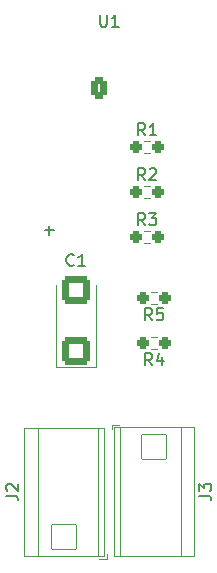
<source format=gto>
G04 %TF.GenerationSoftware,KiCad,Pcbnew,(6.0.7)@% jlc*
G04 %TF.CreationDate,2022-08-02T21:03:16-07:00@% jlc*
G04 %TF.ProjectId,Bike Flamingo for Itsy Bitsy 5V 16MHz_ USB Power Rev 1,42696b65-2046-46c6-916d-696e676f2066,rev?@% jlc*
G04 %TF.SameCoordinates,Original@% jlc*
G04 %TF.FileFunction,Legend,Top@% jlc*
G04 %TF.FilePolarity,Positive@% jlc*
%FSLAX46Y46*%
G04 Gerber Fmt 4.6, Leading zero omitted, Abs format (unit mm)*
G04 Created by KiCad (PCBNEW (6.0.7)) date 2022-08-02 21:03:16*
%MOMM*%
%LPD*%
G01*
G04 APERTURE LIST*
G04 Aperture macros list*
%AMRoundRect*
0 Rectangle with rounded corners*
0 $1 Rounding radius*
0 $2 $3 $4 $5 $6 $7 $8 $9 X,Y pos of 4 corners*
0 Add a 4 corners polygon primitive as box body*
4,1,4,$2,$3,$4,$5,$6,$7,$8,$9,$2,$3,0*
0 Add four circle primitives for the rounded corners*
1,1,$1+$1,$2,$3*
1,1,$1+$1,$4,$5*
1,1,$1+$1,$6,$7*
1,1,$1+$1,$8,$9*
0 Add four rect primitives between the rounded corners*
20,1,$1+$1,$2,$3,$4,$5,0*
20,1,$1+$1,$4,$5,$6,$7,0*
20,1,$1+$1,$6,$7,$8,$9,0*
20,1,$1+$1,$8,$9,$2,$3,0*%
G04 Aperture macros list end*
%ADD10C,0.150000*%
%ADD11C,0.120000*%
%ADD12C,1.625600*%
%ADD13RoundRect,0.050800X-1.050000X1.050000X-1.050000X-1.050000X1.050000X-1.050000X1.050000X1.050000X0*%
%ADD14C,2.201600*%
%ADD15RoundRect,0.300800X0.925000X-0.875000X0.925000X0.875000X-0.925000X0.875000X-0.925000X-0.875000X0*%
%ADD16RoundRect,0.288300X-0.250000X-0.237500X0.250000X-0.237500X0.250000X0.237500X-0.250000X0.237500X0*%
%ADD17RoundRect,0.050800X1.050000X-1.050000X1.050000X1.050000X-1.050000X1.050000X-1.050000X-1.050000X0*%
%ADD18RoundRect,0.288300X0.250000X0.237500X-0.250000X0.237500X-0.250000X-0.237500X0.250000X-0.237500X0*%
%ADD19RoundRect,0.300800X-0.350000X-0.625000X0.350000X-0.625000X0.350000X0.625000X-0.350000X0.625000X0*%
%ADD20O,1.301600X1.851600*%
G04 APERTURE END LIST*
D10*
X120269047Y-103576428D02*
X121030952Y-103576428D01*
X120650000Y-103957380D02*
X120650000Y-103195476D01*
G04 %TO.C,U1@% jlc*
X124968095Y-85352380D02*
X124968095Y-86161904D01*
X125015714Y-86257142D01*
X125063333Y-86304761D01*
X125158571Y-86352380D01*
X125349047Y-86352380D01*
X125444285Y-86304761D01*
X125491904Y-86257142D01*
X125539523Y-86161904D01*
X125539523Y-85352380D01*
X126539523Y-86352380D02*
X125968095Y-86352380D01*
X126253809Y-86352380D02*
X126253809Y-85352380D01*
X126158571Y-85495238D01*
X126063333Y-85590476D01*
X125968095Y-85638095D01*
G04 %TO.C,J3@% jlc*
X133362380Y-126058333D02*
X134076666Y-126058333D01*
X134219523Y-126105952D01*
X134314761Y-126201190D01*
X134362380Y-126344047D01*
X134362380Y-126439285D01*
X133362380Y-125677380D02*
X133362380Y-125058333D01*
X133743333Y-125391666D01*
X133743333Y-125248809D01*
X133790952Y-125153571D01*
X133838571Y-125105952D01*
X133933809Y-125058333D01*
X134171904Y-125058333D01*
X134267142Y-125105952D01*
X134314761Y-125153571D01*
X134362380Y-125248809D01*
X134362380Y-125534523D01*
X134314761Y-125629761D01*
X134267142Y-125677380D01*
G04 %TO.C,C1@% jlc*
X122736333Y-106509142D02*
X122688714Y-106556761D01*
X122545857Y-106604380D01*
X122450619Y-106604380D01*
X122307761Y-106556761D01*
X122212523Y-106461523D01*
X122164904Y-106366285D01*
X122117285Y-106175809D01*
X122117285Y-106032952D01*
X122164904Y-105842476D01*
X122212523Y-105747238D01*
X122307761Y-105652000D01*
X122450619Y-105604380D01*
X122545857Y-105604380D01*
X122688714Y-105652000D01*
X122736333Y-105699619D01*
X123688714Y-106604380D02*
X123117285Y-106604380D01*
X123403000Y-106604380D02*
X123403000Y-105604380D01*
X123307761Y-105747238D01*
X123212523Y-105842476D01*
X123117285Y-105890095D01*
G04 %TO.C,R2@% jlc*
X128771333Y-99352380D02*
X128438000Y-98876190D01*
X128199904Y-99352380D02*
X128199904Y-98352380D01*
X128580857Y-98352380D01*
X128676095Y-98400000D01*
X128723714Y-98447619D01*
X128771333Y-98542857D01*
X128771333Y-98685714D01*
X128723714Y-98780952D01*
X128676095Y-98828571D01*
X128580857Y-98876190D01*
X128199904Y-98876190D01*
X129152285Y-98447619D02*
X129199904Y-98400000D01*
X129295142Y-98352380D01*
X129533238Y-98352380D01*
X129628476Y-98400000D01*
X129676095Y-98447619D01*
X129723714Y-98542857D01*
X129723714Y-98638095D01*
X129676095Y-98780952D01*
X129104666Y-99352380D01*
X129723714Y-99352380D01*
G04 %TO.C,J2@% jlc*
X117002380Y-126063333D02*
X117716666Y-126063333D01*
X117859523Y-126110952D01*
X117954761Y-126206190D01*
X118002380Y-126349047D01*
X118002380Y-126444285D01*
X117097619Y-125634761D02*
X117050000Y-125587142D01*
X117002380Y-125491904D01*
X117002380Y-125253809D01*
X117050000Y-125158571D01*
X117097619Y-125110952D01*
X117192857Y-125063333D01*
X117288095Y-125063333D01*
X117430952Y-125110952D01*
X118002380Y-125682380D01*
X118002380Y-125063333D01*
G04 %TO.C,R3@% jlc*
X128771333Y-103162380D02*
X128438000Y-102686190D01*
X128199904Y-103162380D02*
X128199904Y-102162380D01*
X128580857Y-102162380D01*
X128676095Y-102210000D01*
X128723714Y-102257619D01*
X128771333Y-102352857D01*
X128771333Y-102495714D01*
X128723714Y-102590952D01*
X128676095Y-102638571D01*
X128580857Y-102686190D01*
X128199904Y-102686190D01*
X129104666Y-102162380D02*
X129723714Y-102162380D01*
X129390380Y-102543333D01*
X129533238Y-102543333D01*
X129628476Y-102590952D01*
X129676095Y-102638571D01*
X129723714Y-102733809D01*
X129723714Y-102971904D01*
X129676095Y-103067142D01*
X129628476Y-103114761D01*
X129533238Y-103162380D01*
X129247523Y-103162380D01*
X129152285Y-103114761D01*
X129104666Y-103067142D01*
G04 %TO.C,R1@% jlc*
X128771333Y-95542380D02*
X128438000Y-95066190D01*
X128199904Y-95542380D02*
X128199904Y-94542380D01*
X128580857Y-94542380D01*
X128676095Y-94590000D01*
X128723714Y-94637619D01*
X128771333Y-94732857D01*
X128771333Y-94875714D01*
X128723714Y-94970952D01*
X128676095Y-95018571D01*
X128580857Y-95066190D01*
X128199904Y-95066190D01*
X129723714Y-95542380D02*
X129152285Y-95542380D01*
X129438000Y-95542380D02*
X129438000Y-94542380D01*
X129342761Y-94685238D01*
X129247523Y-94780476D01*
X129152285Y-94828095D01*
G04 %TO.C,R4@% jlc*
X129373333Y-115018380D02*
X129040000Y-114542190D01*
X128801904Y-115018380D02*
X128801904Y-114018380D01*
X129182857Y-114018380D01*
X129278095Y-114066000D01*
X129325714Y-114113619D01*
X129373333Y-114208857D01*
X129373333Y-114351714D01*
X129325714Y-114446952D01*
X129278095Y-114494571D01*
X129182857Y-114542190D01*
X128801904Y-114542190D01*
X130230476Y-114351714D02*
X130230476Y-115018380D01*
X129992380Y-113970761D02*
X129754285Y-114685047D01*
X130373333Y-114685047D01*
G04 %TO.C,R5@% jlc*
X129373333Y-111208380D02*
X129040000Y-110732190D01*
X128801904Y-111208380D02*
X128801904Y-110208380D01*
X129182857Y-110208380D01*
X129278095Y-110256000D01*
X129325714Y-110303619D01*
X129373333Y-110398857D01*
X129373333Y-110541714D01*
X129325714Y-110636952D01*
X129278095Y-110684571D01*
X129182857Y-110732190D01*
X128801904Y-110732190D01*
X130278095Y-110208380D02*
X129801904Y-110208380D01*
X129754285Y-110684571D01*
X129801904Y-110636952D01*
X129897142Y-110589333D01*
X130135238Y-110589333D01*
X130230476Y-110636952D01*
X130278095Y-110684571D01*
X130325714Y-110779809D01*
X130325714Y-111017904D01*
X130278095Y-111113142D01*
X130230476Y-111160761D01*
X130135238Y-111208380D01*
X129897142Y-111208380D01*
X129801904Y-111160761D01*
X129754285Y-111113142D01*
D11*
G04 %TO.C,J3@% jlc*
X126170000Y-120295000D02*
X126170000Y-131156000D01*
X126570000Y-120055000D02*
X125930000Y-120055000D01*
X125930000Y-120055000D02*
X125930000Y-120455000D01*
X132910000Y-131156000D02*
X126170000Y-131156000D01*
X132910000Y-120295000D02*
X132910000Y-131156000D01*
X132910000Y-120295000D02*
X126170000Y-120295000D01*
X126690000Y-120295000D02*
X126690000Y-131156000D01*
X131790000Y-120295000D02*
X131790000Y-131156000D01*
G04 %TO.C,C1@% jlc*
X121226000Y-108242000D02*
X121226000Y-115177000D01*
X121226000Y-115177000D02*
X124646000Y-115177000D01*
X124646000Y-115177000D02*
X124646000Y-108242000D01*
G04 %TO.C,R2@% jlc*
X128683276Y-99807500D02*
X129192724Y-99807500D01*
X128683276Y-100852500D02*
X129192724Y-100852500D01*
G04 %TO.C,J2@% jlc*
X118550000Y-131160000D02*
X118550000Y-120299000D01*
X125290000Y-131160000D02*
X125290000Y-120299000D01*
X125530000Y-131400000D02*
X125530000Y-131000000D01*
X118550000Y-131160000D02*
X125290000Y-131160000D01*
X118550000Y-120299000D02*
X125290000Y-120299000D01*
X124770000Y-131160000D02*
X124770000Y-120299000D01*
X124890000Y-131400000D02*
X125530000Y-131400000D01*
X119670000Y-131160000D02*
X119670000Y-120299000D01*
G04 %TO.C,R3@% jlc*
X128683276Y-104662500D02*
X129192724Y-104662500D01*
X128683276Y-103617500D02*
X129192724Y-103617500D01*
G04 %TO.C,R1@% jlc*
X128683276Y-97042500D02*
X129192724Y-97042500D01*
X128683276Y-95997500D02*
X129192724Y-95997500D01*
G04 %TO.C,R4@% jlc*
X129794724Y-112613500D02*
X129285276Y-112613500D01*
X129794724Y-113658500D02*
X129285276Y-113658500D01*
G04 %TO.C,R5@% jlc*
X129794724Y-108803500D02*
X129285276Y-108803500D01*
X129794724Y-109848500D02*
X129285276Y-109848500D01*
G04 %TD@% jlc*
%LPC*%
D12*
G04 %TO.C,U1@% jlc*
X133350000Y-85090000D03*
X133350000Y-87630000D03*
X133350000Y-90170000D03*
X133350000Y-92710000D03*
X133350000Y-95250000D03*
X133350000Y-97790000D03*
X133350000Y-100330000D03*
X133350000Y-102870000D03*
X133350000Y-105410000D03*
X133350000Y-107950000D03*
X133350000Y-110490000D03*
X133350000Y-113030000D03*
X133350000Y-115570000D03*
X133350000Y-118110000D03*
X118110000Y-118110000D03*
X118110000Y-115570000D03*
X118110000Y-113030000D03*
X118110000Y-110490000D03*
X118110000Y-107950000D03*
X118110000Y-105410000D03*
X118110000Y-102870000D03*
X118110000Y-100330000D03*
X118110000Y-97790000D03*
X118110000Y-95250000D03*
X118110000Y-92710000D03*
X118110000Y-90170000D03*
X118110000Y-87630000D03*
X118110000Y-85090000D03*
G04 %TD@% jlc*
D13*
G04 %TO.C,J3@% jlc*
X129540000Y-121915000D03*
D14*
X129540000Y-124455000D03*
X129540000Y-126995000D03*
X129540000Y-129535000D03*
G04 %TD@% jlc*
D15*
G04 %TO.C,C1@% jlc*
X122936000Y-113792000D03*
X122936000Y-108692000D03*
G04 %TD@% jlc*
D16*
G04 %TO.C,R2@% jlc*
X128025500Y-100330000D03*
X129850500Y-100330000D03*
G04 %TD@% jlc*
D17*
G04 %TO.C,J2@% jlc*
X121920000Y-129540000D03*
D14*
X121920000Y-127000000D03*
X121920000Y-124460000D03*
X121920000Y-121920000D03*
G04 %TD@% jlc*
D16*
G04 %TO.C,R3@% jlc*
X128025500Y-104140000D03*
X129850500Y-104140000D03*
G04 %TD@% jlc*
G04 %TO.C,R1@% jlc*
X128025500Y-96520000D03*
X129850500Y-96520000D03*
G04 %TD@% jlc*
D18*
G04 %TO.C,R4@% jlc*
X130452500Y-113136000D03*
X128627500Y-113136000D03*
G04 %TD@% jlc*
G04 %TO.C,R5@% jlc*
X130452500Y-109326000D03*
X128627500Y-109326000D03*
G04 %TD@% jlc*
D19*
G04 %TO.C,J1@% jlc*
X124906000Y-91546000D03*
D20*
X126906000Y-91546000D03*
G04 %TD@% jlc*
M02*

</source>
